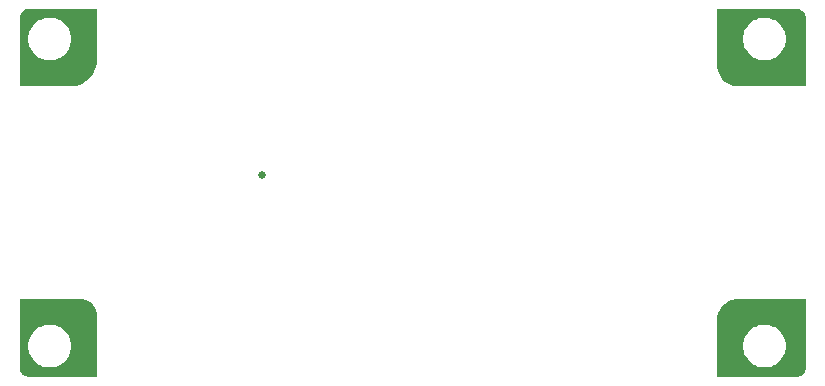
<source format=gbs>
G04*
G04 #@! TF.GenerationSoftware,Altium Limited,Altium Designer,22.5.1 (42)*
G04*
G04 Layer_Color=16711935*
%FSLAX44Y44*%
%MOMM*%
G71*
G04*
G04 #@! TF.SameCoordinates,16E258D9-83B2-4854-9FD3-66D1B54B03FA*
G04*
G04*
G04 #@! TF.FilePolarity,Negative*
G04*
G01*
G75*
%ADD51C,0.6604*%
G36*
X58784Y68181D02*
X61151Y67241D01*
X63298Y65872D01*
X65150Y64124D01*
X66640Y62059D01*
X67715Y59750D01*
X68337Y57281D01*
X68410Y56010D01*
X68410Y2960D01*
X10660D01*
X9929Y2960D01*
X8494Y3236D01*
X7137Y3779D01*
X5907Y4569D01*
X4848Y5577D01*
X4000Y6768D01*
X3391Y8097D01*
X3045Y9517D01*
X3010Y10247D01*
Y68660D01*
X55010D01*
X55010Y68660D01*
X55010Y68660D01*
X56283Y68660D01*
X58784Y68181D01*
D02*
G37*
G36*
X68410Y269810D02*
X68190Y267663D01*
X66973Y263523D01*
X65021Y259674D01*
X62399Y256247D01*
X59196Y253355D01*
X55518Y251097D01*
X51491Y249548D01*
X47248Y248760D01*
X45090Y248760D01*
X3010D01*
Y306849D01*
X3011Y307598D01*
X3305Y309069D01*
X3880Y310455D01*
X4714Y311701D01*
X5775Y312761D01*
X7023Y313594D01*
X8409Y314167D01*
X9880Y314460D01*
X10630Y314460D01*
X10630Y314460D01*
X68410D01*
X68410Y269810D01*
D02*
G37*
G36*
X668710Y10043D02*
X668651Y9326D01*
X668269Y7937D01*
X667637Y6643D01*
X666777Y5488D01*
X665718Y4513D01*
X664497Y3750D01*
X663155Y3226D01*
X662250Y3056D01*
X661020Y2960D01*
X593410Y2960D01*
X593410Y51910D01*
X593498Y53590D01*
X594305Y56857D01*
X595713Y59913D01*
X597673Y62648D01*
X600114Y64964D01*
X602948Y66778D01*
X606073Y68025D01*
X609378Y68660D01*
X611060D01*
X611060Y68660D01*
X668710D01*
X668710Y10043D01*
D02*
G37*
G36*
X661080Y314460D02*
X661080Y314460D01*
X661080D01*
X662250Y314374D01*
X663182Y314200D01*
X664504Y313689D01*
X665710Y312945D01*
X666759Y311992D01*
X667615Y310863D01*
X668250Y309595D01*
X668642Y308233D01*
X668710Y307528D01*
X668710Y248760D01*
X612290Y248760D01*
X610481D01*
X606929Y249446D01*
X603571Y250794D01*
X600530Y252755D01*
X597916Y255256D01*
X595824Y258208D01*
X594331Y261504D01*
X593489Y265023D01*
X593410Y266830D01*
X593410Y314460D01*
X661080D01*
X661080Y314460D01*
D02*
G37*
%LPC*%
G36*
X30037Y47050D02*
X26983D01*
X26733Y47000D01*
X26478D01*
X23484Y46404D01*
X23248Y46307D01*
X22998Y46257D01*
X20177Y45089D01*
X19965Y44947D01*
X19729Y44849D01*
X17191Y43153D01*
X17010Y42973D01*
X16798Y42831D01*
X14639Y40672D01*
X14497Y40460D01*
X14317Y40279D01*
X12621Y37741D01*
X12523Y37505D01*
X12381Y37293D01*
X11213Y34472D01*
X11163Y34222D01*
X11066Y33986D01*
X10470Y30992D01*
Y30737D01*
X10420Y30487D01*
Y27433D01*
X10470Y27183D01*
Y26928D01*
X11066Y23934D01*
X11163Y23698D01*
X11213Y23448D01*
X12381Y20627D01*
X12523Y20415D01*
X12621Y20179D01*
X14317Y17641D01*
X14497Y17460D01*
X14639Y17248D01*
X16798Y15089D01*
X17010Y14947D01*
X17191Y14767D01*
X19729Y13071D01*
X19965Y12973D01*
X20177Y12831D01*
X22998Y11663D01*
X23248Y11613D01*
X23484Y11516D01*
X26478Y10920D01*
X26733D01*
X26983Y10870D01*
X30037D01*
X30287Y10920D01*
X30542D01*
X33536Y11516D01*
X33772Y11613D01*
X34022Y11663D01*
X36843Y12831D01*
X37055Y12973D01*
X37291Y13071D01*
X39829Y14767D01*
X40010Y14947D01*
X40222Y15089D01*
X42381Y17248D01*
X42523Y17460D01*
X42703Y17641D01*
X44399Y20179D01*
X44497Y20415D01*
X44639Y20627D01*
X45807Y23448D01*
X45857Y23698D01*
X45954Y23934D01*
X46550Y26928D01*
Y27183D01*
X46600Y27433D01*
Y30487D01*
X46550Y30737D01*
Y30992D01*
X45954Y33986D01*
X45857Y34222D01*
X45807Y34472D01*
X44639Y37293D01*
X44497Y37505D01*
X44399Y37741D01*
X42703Y40279D01*
X42523Y40460D01*
X42381Y40672D01*
X40222Y42831D01*
X40010Y42973D01*
X39829Y43153D01*
X37291Y44849D01*
X37055Y44947D01*
X36843Y45089D01*
X34022Y46257D01*
X33772Y46307D01*
X33536Y46404D01*
X30542Y47000D01*
X30287D01*
X30037Y47050D01*
D02*
G37*
G36*
Y307050D02*
X26983D01*
X26733Y307000D01*
X26478D01*
X23484Y306404D01*
X23248Y306307D01*
X22998Y306257D01*
X20177Y305089D01*
X19965Y304947D01*
X19729Y304849D01*
X17191Y303153D01*
X17010Y302973D01*
X16798Y302831D01*
X14639Y300672D01*
X14497Y300460D01*
X14317Y300280D01*
X12621Y297741D01*
X12523Y297505D01*
X12381Y297293D01*
X11213Y294472D01*
X11163Y294222D01*
X11066Y293986D01*
X10470Y290992D01*
Y290737D01*
X10420Y290487D01*
Y288960D01*
Y287433D01*
X10470Y287183D01*
Y286928D01*
X11066Y283934D01*
X11163Y283698D01*
X11213Y283448D01*
X12381Y280627D01*
X12523Y280415D01*
X12621Y280179D01*
X14317Y277640D01*
X14497Y277460D01*
X14639Y277248D01*
X16798Y275089D01*
X17010Y274947D01*
X17191Y274767D01*
X19729Y273071D01*
X19965Y272973D01*
X20177Y272831D01*
X22998Y271663D01*
X23248Y271613D01*
X23484Y271516D01*
X26478Y270920D01*
X26733D01*
X26983Y270870D01*
X30037D01*
X30287Y270920D01*
X30542D01*
X33536Y271516D01*
X33772Y271613D01*
X34022Y271663D01*
X36843Y272831D01*
X37055Y272973D01*
X37291Y273071D01*
X39829Y274767D01*
X40010Y274947D01*
X40222Y275089D01*
X42381Y277248D01*
X42523Y277460D01*
X42703Y277640D01*
X44399Y280179D01*
X44497Y280415D01*
X44639Y280627D01*
X45807Y283448D01*
X45857Y283698D01*
X45954Y283934D01*
X46550Y286928D01*
Y287183D01*
X46600Y287433D01*
Y288960D01*
Y290487D01*
X46550Y290737D01*
Y290992D01*
X45954Y293986D01*
X45857Y294222D01*
X45807Y294472D01*
X44639Y297293D01*
X44497Y297505D01*
X44399Y297741D01*
X42703Y300280D01*
X42523Y300460D01*
X42381Y300672D01*
X40222Y302831D01*
X40010Y302973D01*
X39829Y303153D01*
X37291Y304849D01*
X37055Y304947D01*
X36843Y305089D01*
X34022Y306257D01*
X33772Y306307D01*
X33536Y306404D01*
X30542Y307000D01*
X30287D01*
X30037Y307050D01*
D02*
G37*
G36*
X635037Y47050D02*
X631983D01*
X631733Y47000D01*
X631478D01*
X628484Y46404D01*
X628248Y46307D01*
X627998Y46257D01*
X625177Y45089D01*
X624965Y44947D01*
X624729Y44849D01*
X622191Y43153D01*
X622010Y42973D01*
X621798Y42831D01*
X619639Y40672D01*
X619497Y40460D01*
X619317Y40279D01*
X617621Y37741D01*
X617523Y37505D01*
X617381Y37293D01*
X616213Y34472D01*
X616163Y34222D01*
X616066Y33986D01*
X615470Y30992D01*
Y30737D01*
X615420Y30487D01*
Y27433D01*
X615470Y27183D01*
Y26928D01*
X616066Y23934D01*
X616163Y23698D01*
X616213Y23448D01*
X617381Y20627D01*
X617523Y20415D01*
X617621Y20179D01*
X619317Y17641D01*
X619497Y17460D01*
X619639Y17248D01*
X621798Y15089D01*
X622010Y14947D01*
X622191Y14767D01*
X624729Y13071D01*
X624965Y12973D01*
X625177Y12831D01*
X627998Y11663D01*
X628248Y11613D01*
X628484Y11516D01*
X631478Y10920D01*
X631733D01*
X631983Y10870D01*
X635037D01*
X635287Y10920D01*
X635542D01*
X638536Y11516D01*
X638772Y11613D01*
X639022Y11663D01*
X641843Y12831D01*
X642055Y12973D01*
X642291Y13071D01*
X644829Y14767D01*
X645010Y14947D01*
X645222Y15089D01*
X647381Y17248D01*
X647523Y17460D01*
X647703Y17641D01*
X649399Y20179D01*
X649497Y20415D01*
X649639Y20627D01*
X650807Y23448D01*
X650857Y23698D01*
X650954Y23934D01*
X651550Y26928D01*
Y27183D01*
X651600Y27433D01*
Y30487D01*
X651550Y30737D01*
Y30992D01*
X650954Y33986D01*
X650857Y34222D01*
X650807Y34472D01*
X649639Y37293D01*
X649497Y37505D01*
X649399Y37741D01*
X647703Y40279D01*
X647523Y40460D01*
X647381Y40672D01*
X645222Y42831D01*
X645010Y42973D01*
X644829Y43153D01*
X642291Y44849D01*
X642055Y44947D01*
X641843Y45089D01*
X639022Y46257D01*
X638772Y46307D01*
X638536Y46404D01*
X635542Y47000D01*
X635287D01*
X635037Y47050D01*
D02*
G37*
G36*
Y307050D02*
X631983D01*
X631733Y307000D01*
X631478D01*
X628484Y306404D01*
X628248Y306307D01*
X627998Y306257D01*
X625177Y305089D01*
X624965Y304947D01*
X624729Y304849D01*
X622191Y303153D01*
X622010Y302973D01*
X621798Y302831D01*
X619639Y300672D01*
X619497Y300460D01*
X619317Y300280D01*
X617621Y297741D01*
X617523Y297505D01*
X617381Y297293D01*
X616213Y294472D01*
X616163Y294222D01*
X616066Y293986D01*
X615470Y290992D01*
Y290737D01*
X615420Y290487D01*
Y287433D01*
X615470Y287183D01*
Y286928D01*
X616066Y283934D01*
X616163Y283698D01*
X616213Y283448D01*
X617381Y280627D01*
X617523Y280415D01*
X617621Y280179D01*
X619317Y277640D01*
X619497Y277460D01*
X619639Y277248D01*
X621798Y275089D01*
X622010Y274947D01*
X622191Y274767D01*
X624729Y273071D01*
X624965Y272973D01*
X625177Y272831D01*
X627998Y271663D01*
X628248Y271613D01*
X628484Y271516D01*
X631478Y270920D01*
X631733D01*
X631983Y270870D01*
X635037D01*
X635287Y270920D01*
X635542D01*
X638536Y271516D01*
X638772Y271613D01*
X639022Y271663D01*
X641843Y272831D01*
X642055Y272973D01*
X642291Y273071D01*
X644829Y274767D01*
X645010Y274947D01*
X645222Y275089D01*
X647381Y277248D01*
X647523Y277460D01*
X647703Y277640D01*
X649399Y280179D01*
X649497Y280415D01*
X649639Y280627D01*
X650807Y283448D01*
X650857Y283698D01*
X650954Y283934D01*
X651550Y286928D01*
Y287183D01*
X651600Y287433D01*
Y290487D01*
X651550Y290737D01*
Y290992D01*
X650954Y293986D01*
X650857Y294222D01*
X650807Y294472D01*
X649639Y297293D01*
X649497Y297505D01*
X649399Y297741D01*
X647703Y300280D01*
X647523Y300460D01*
X647381Y300672D01*
X645222Y302831D01*
X645010Y302973D01*
X644829Y303153D01*
X642291Y304849D01*
X642055Y304947D01*
X641843Y305089D01*
X639022Y306257D01*
X638772Y306307D01*
X638536Y306404D01*
X635542Y307000D01*
X635287D01*
X635037Y307050D01*
D02*
G37*
%LPD*%
D51*
X208280Y173990D02*
D03*
M02*

</source>
